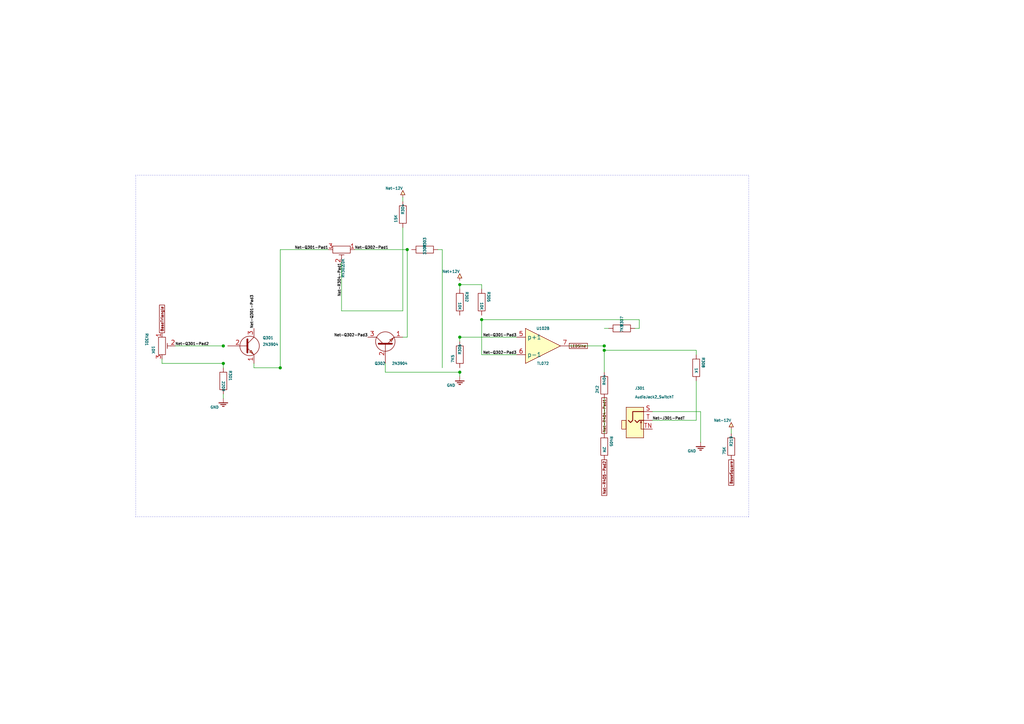
<source format=kicad_sch>
(kicad_sch (version 20230121) (generator jitx)
  (paper "A4")
  (lib_symbols
    (symbol "Net-12V" (power)
      (property "Reference" "#PWR" (at 35.0 60.0 0.0))
      (property "Value" "Net-12V" (at -2.54 2.54 0.0))
      (symbol "Net-12V_1_0"
        (pin power_in line (at 0.0 0.0 90) (length 0.0) (name "Net-12V") (number "~"))
      )
    )
    (symbol "GND" (power)
      (property "Reference" "#PWR" (at 35.0 60.0 0.0))
      (property "Value" "GND" (at -2.54 -2.54 0.0))
      (symbol "GND_1_0"
        (pin power_in line (at 0.0 0.0 270) (length 0.0) (name "GND") (number "~"))
      )
    )
    (symbol "Net+12V" (power)
      (property "Reference" "#PWR" (at 35.0 60.0 0.0))
      (property "Value" "Net+12V" (at -2.54 2.54 0.0))
      (symbol "Net+12V_1_0"
        (pin power_in line (at 0.0 0.0 90) (length 0.0) (name "Net+12V") (number "~"))
      )
    )
    (symbol "Conn_02x05_Odd_Even"
      (property "Reference" "U" (at 1.27 7.62 0.0))
      (property "Value" "Conn_02x05_Odd_Even" (at 1.27 -7.62 0.0))
      (symbol "Conn_02x05_Odd_Even_1_0"
        (pin unspecified line (at -5.08 5.08 0) (length 3.81) (name "Pin_1") (number "~"))
        (pin unspecified line (at 7.62 -5.08 180) (length 3.81) (name "Pin_10") (number "~"))
        (pin unspecified line (at 7.62 5.08 180) (length 3.81) (name "Pin_2") (number "~"))
        (pin unspecified line (at -5.08 2.54 0) (length 3.81) (name "Pin_3") (number "~"))
        (pin unspecified line (at 7.62 2.54 180) (length 3.81) (name "Pin_4") (number "~"))
        (pin unspecified line (at -5.08 0.0 0) (length 3.81) (name "Pin_5") (number "~"))
        (pin unspecified line (at 7.62 0.0 180) (length 3.81) (name "Pin_6") (number "~"))
        (pin unspecified line (at -5.08 -2.54 0) (length 3.81) (name "Pin_7") (number "~"))
        (pin unspecified line (at 7.62 -2.54 180) (length 3.81) (name "Pin_8") (number "~"))
        (pin unspecified line (at -5.08 -5.08 0) (length 3.81) (name "Pin_9") (number "~"))
      )
    )
    (symbol "ALTIUM_POWER_GND_POWER"
      (property "Value" "ALTIUM_POWER_GND_POWER" (at 2.54 -1.016 0.0))
      (symbol "ALTIUM_POWER_GND_POWER_1_0"
        (pin unspecified line (at 0.0 0.0 0) (length 0.0) (name "0") (number "~"))
      )
    )
    (symbol "R_Potentiometer_Trim"
      (property "Reference" "U" (at -4.445 0.0 90.0))
      (property "Value" "R_Potentiometer_Trim" (at -2.54 0.0 90.0))
      (symbol "R_Potentiometer_Trim_1_0"
        (pin unspecified line (at 0.0 3.81 270) (length 1.27) (name "1") (number "~"))
        (pin unspecified line (at 3.81 0.0 180) (length 1.27) (name "2") (number "~"))
        (pin unspecified line (at 0.0 -3.81 90) (length 1.27) (name "3") (number "~"))
      )
    )
    (symbol "box_symbol_2L_1R_4T_1B"
      (property "Reference" "U" (at -6.35 10.252 0.0))
      (property "Value" "box_symbol_2L_1R_4T_1B" (at -6.35 9.19 0.0))
      (symbol "box_symbol_2L_1R_4T_1B_1_0"
        (pin unspecified line (at -8.89 1.27 0) (length 2.54) (name "L0") (number "~"))
        (pin unspecified line (at -8.89 -1.27 0) (length 2.54) (name "L1") (number "~"))
        (pin unspecified line (at 8.89 0.0 180) (length 2.54) (name "R0") (number "~"))
        (pin unspecified line (at -3.81 11.43 270) (length 2.54) (name "T0") (number "~"))
        (pin unspecified line (at -1.27 11.43 270) (length 2.54) (name "T1") (number "~"))
        (pin unspecified line (at 1.27 11.43 270) (length 2.54) (name "T2") (number "~"))
        (pin unspecified line (at 3.81 11.43 270) (length 2.54) (name "T3") (number "~"))
        (pin unspecified line (at 0.0 -11.43 90) (length 2.54) (name "B0") (number "~"))
      )
    )
    (symbol "R_Potentiometer"
      (property "Reference" "U" (at -4.445 0.0 90.0))
      (property "Value" "R_Potentiometer" (at -2.54 0.0 90.0))
      (symbol "R_Potentiometer_1_0"
        (pin unspecified line (at 0.0 3.81 270) (length 1.27) (name "1") (number "~"))
        (pin unspecified line (at 3.81 0.0 180) (length 1.27) (name "2") (number "~"))
        (pin unspecified line (at 0.0 -3.81 90) (length 1.27) (name "3") (number "~"))
      )
    )
    (symbol "R"
      (property "Reference" "U" (at 2.032 0.0 90.0))
      (property "Value" "R" (at 0.0 0.0 90.0))
      (symbol "R_1_0"
        (pin unspecified line (at 0.0 3.81 270) (length 1.27) (name "1") (number "~"))
        (pin unspecified line (at 0.0 -3.81 90) (length 1.27) (name "0") (number "~"))
      )
    )
    (symbol "Sym_2N3904"
      (property "Reference" "U" (at 5.08 1.905 0.0))
      (property "Value" "Sym_2N3904" (at 5.08 0.0 0.0))
      (symbol "Sym_2N3904_1_0"
        (pin unspecified line (at 2.54 -5.08 90) (length 2.54) (name "E") (number "~"))
        (pin unspecified line (at -5.08 0.0 0) (length 5.715) (name "B") (number "~"))
        (pin unspecified line (at 2.54 5.08 270) (length 2.54) (name "C") (number "~"))
      )
    )
    (symbol "supply_sym"
      (property "Value" "supply_sym" (at -2.54 2.54 0.0))
      (symbol "supply_sym_1_0"
        (pin unspecified line (at 0.0 0.0 90) (length 0.0) (name "0") (number "~"))
      )
    )
    (symbol "ground_sym"
      (property "Value" "ground_sym" (at -2.54 -2.54 0.0))
      (symbol "ground_sym_1_0"
        (pin unspecified line (at 0.0 0.0 270) (length 0.0) (name "0") (number "~"))
      )
    )
    (symbol "Sym_1N4148"
      (property "Reference" "U" (at 0.0 2.54 0.0))
      (property "Value" "Sym_1N4148" (at 0.0 -2.54 0.0))
      (symbol "Sym_1N4148_1_0"
        (pin unspecified line (at -3.81 0.0 0) (length 2.54) (name "K") (number "~"))
        (pin unspecified line (at 3.81 0.0 180) (length 2.54) (name "A") (number "~"))
      )
    )
    (symbol "Sym_1N5819"
      (property "Reference" "U" (at 0.0 2.54 0.0))
      (property "Value" "Sym_1N5819" (at 0.0 -2.54 0.0))
      (symbol "Sym_1N5819_1_0"
        (pin unspecified line (at -3.81 0.0 0) (length 2.54) (name "K") (number "~"))
        (pin unspecified line (at 3.81 0.0 180) (length 2.54) (name "A") (number "~"))
      )
    )
    (symbol "AudioJack2_SwitchT"
      (property "Reference" "U" (at 0.0 8.89 0.0))
      (property "Value" "AudioJack2_SwitchT" (at 0.0 6.35 0.0))
      (symbol "AudioJack2_SwitchT_1_0"
        (pin unspecified line (at 5.08 2.54 180) (length 2.54) (name "0") (number "~"))
        (pin unspecified line (at 5.08 0.0 180) (length 2.54) (name "1") (number "~"))
        (pin unspecified line (at 5.08 -2.54 180) (length 2.54) (name "2") (number "~"))
      )
    )
    (symbol "Sym_2N3906"
      (property "Reference" "U" (at 5.08 1.905 0.0))
      (property "Value" "Sym_2N3906" (at 5.08 0.0 0.0))
      (symbol "Sym_2N3906_1_0"
        (pin unspecified line (at 2.54 -5.08 90) (length 2.54) (name "E") (number "~"))
        (pin unspecified line (at -5.08 0.0 0) (length 5.715) (name "B") (number "~"))
        (pin unspecified line (at 2.54 5.08 270) (length 2.54) (name "C") (number "~"))
      )
    )
    (symbol "SW_SPDT"
      (property "Reference" "U" (at 0.0 4.318 0.0))
      (property "Value" "SW_SPDT" (at 0.0 -5.08 0.0))
      (symbol "SW_SPDT_1_0"
        (pin unspecified line (at 5.08 2.54 180) (length 2.54) (name "A") (number "~"))
        (pin unspecified line (at -5.08 0.0 0) (length 2.54) (name "B") (number "~"))
        (pin unspecified line (at 5.08 -2.54 180) (length 2.54) (name "C") (number "~"))
      )
    )
    (symbol "LED"
      (property "Reference" "U" (at 0.0 2.54 0.0))
      (property "Value" "LED" (at 0.0 -2.54 0.0))
      (symbol "LED_1_0"
        (pin unspecified line (at -3.81 0.0 0) (length 2.54) (name "K") (number "~"))
        (pin unspecified line (at 3.81 0.0 180) (length 2.54) (name "A") (number "~"))
      )
    )
    (symbol "TL072A"
      (property "Reference" "U" (at 0.0 5.08 0.0))
      (property "Value" "TL072A" (at 0.0 -5.08 0.0))
      (symbol "TL072A_1_0"
        (pin unspecified line (at 7.62 0.0 180) (length 2.54) (name "0") (number "~"))
        (pin unspecified line (at -7.62 -2.54 0) (length 2.54) (name "p-0") (number "~"))
        (pin unspecified line (at -7.62 2.54 0) (length 2.54) (name "p+0") (number "~"))
      )
    )
    (symbol "TL072B"
      (property "Reference" "U" (at 0.0 5.08 0.0))
      (property "Value" "TL072B" (at 0.0 -5.08 0.0))
      (symbol "TL072B_1_0"
        (pin unspecified line (at -7.62 2.54 0) (length 2.54) (name "p+1") (number "~"))
        (pin unspecified line (at -7.62 -2.54 0) (length 2.54) (name "p-1") (number "~"))
        (pin unspecified line (at 7.62 0.0 180) (length 2.54) (name "1") (number "~"))
      )
    )
    (symbol "jitx_C"
      (property "Reference" "U" (at 0.635 2.54 0.0))
      (property "Value" "jitx_C" (at 0.635 -2.54 0.0))
      (symbol "jitx_C_1_0"
        (pin unspecified line (at 0.0 3.81 270) (length 2.794) (name "1") (number "~"))
        (pin unspecified line (at 0.0 -3.81 90) (length 2.794) (name "0") (number "~"))
      )
    )
    (symbol "TL072C"
      (property "Reference" "U" (at 0.0 5.08 0.0))
      (property "Value" "TL072C" (at 0.0 -5.08 0.0))
      (symbol "TL072C_1_0"
        (pin unspecified line (at -2.54 -7.62 90) (length 3.81) (name "V-") (number "~"))
        (pin unspecified line (at -2.54 7.62 270) (length 3.81) (name "V+") (number "~"))
      )
    )
    (symbol "ALTIUM_POWER_ARROW"
      (property "Value" "ALTIUM_POWER_ARROW" (at 2.54 -0.508 0.0))
      (symbol "ALTIUM_POWER_ARROW_1_0"
        (pin unspecified line (at 0.0 0.0 0) (length 0.0) (name "0") (number "~"))
      )
    )
    (symbol "component"
      (property "Reference" "U" (at 2.032 0.0 90.0))
      (property "Value" "component" (at 0.0 0.0 90.0))
      (symbol "component_1_0"
        (pin unspecified line (at 0.0 3.81 270) (length 1.27) (name "1") (number "1"))
        (pin unspecified line (at 0.0 -3.81 90) (length 1.27) (name "0") (number "2"))
      )
    )
    (symbol "component_1"
      (property "Reference" "U" (at 2.032 0.0 90.0))
      (property "Value" "component_1" (at 0.0 0.0 90.0))
      (symbol "component_1_1_0"
        (pin unspecified line (at 0.0 3.81 270) (length 1.27) (name "1") (number "1"))
        (pin unspecified line (at 0.0 -3.81 90) (length 1.27) (name "0") (number "2"))
      )
    )
    (symbol "component_2"
      (property "Reference" "U" (at 0.635 2.54 0.0))
      (property "Value" "component_2" (at 0.635 -2.54 0.0))
      (symbol "component_2_1_0"
        (pin unspecified line (at 0.0 3.81 270) (length 2.794) (name "1") (number "1"))
        (pin unspecified line (at 0.0 -3.81 90) (length 2.794) (name "0") (number "2"))
      )
    )
    (symbol "component_3"
      (property "Reference" "U" (at 2.032 0.0 90.0))
      (property "Value" "component_3" (at 0.0 0.0 90.0))
      (symbol "component_3_1_0"
        (pin unspecified line (at 0.0 3.81 270) (length 1.27) (name "1") (number "1"))
        (pin unspecified line (at 0.0 -3.81 90) (length 1.27) (name "0") (number "2"))
      )
    )
    (symbol "component_4"
      (property "Reference" "U" (at 2.032 0.0 90.0))
      (property "Value" "component_4" (at 0.0 0.0 90.0))
      (symbol "component_4_1_0"
        (pin unspecified line (at 0.0 3.81 270) (length 1.27) (name "1") (number "1"))
        (pin unspecified line (at 0.0 -3.81 90) (length 1.27) (name "0") (number "2"))
      )
    )
    (symbol "component_5"
      (property "Reference" "U" (at 2.032 0.0 90.0))
      (property "Value" "component_5" (at 0.0 0.0 90.0))
      (symbol "component_5_1_0"
        (pin unspecified line (at 0.0 3.81 270) (length 1.27) (name "1") (number "1"))
        (pin unspecified line (at 0.0 -3.81 90) (length 1.27) (name "0") (number "2"))
      )
    )
    (symbol "component_6"
      (property "Reference" "U" (at 2.032 0.0 90.0))
      (property "Value" "component_6" (at 0.0 0.0 90.0))
      (symbol "component_6_1_0"
        (pin unspecified line (at 0.0 3.81 270) (length 1.27) (name "1") (number "1"))
        (pin unspecified line (at 0.0 -3.81 90) (length 1.27) (name "0") (number "2"))
      )
    )
    (symbol "component_7"
      (property "Reference" "U" (at -4.445 0.0 90.0))
      (property "Value" "component_7" (at -2.54 0.0 90.0))
      (symbol "component_7_1_0"
        (pin unspecified line (at 0.0 3.81 270) (length 1.27) (name "1") (number "1"))
        (pin unspecified line (at 3.81 0.0 180) (length 1.27) (name "2") (number "2"))
        (pin unspecified line (at 0.0 -3.81 90) (length 1.27) (name "3") (number "3"))
      )
    )
    (symbol "component_8"
      (property "Reference" "U" (at -4.445 0.0 90.0))
      (property "Value" "component_8" (at -2.54 0.0 90.0))
      (symbol "component_8_1_0"
        (pin unspecified line (at 0.0 3.81 270) (length 1.27) (name "1") (number "1"))
        (pin unspecified line (at 3.81 0.0 180) (length 1.27) (name "2") (number "2"))
        (pin unspecified line (at 0.0 -3.81 90) (length 1.27) (name "3") (number "3"))
      )
    )
    (symbol "component_9"
      (property "Reference" "U" (at -4.445 0.0 90.0))
      (property "Value" "component_9" (at -2.54 0.0 90.0))
      (symbol "component_9_1_0"
        (pin unspecified line (at 0.0 3.81 270) (length 1.27) (name "1") (number "1"))
        (pin unspecified line (at 3.81 0.0 180) (length 1.27) (name "2") (number "2"))
        (pin unspecified line (at 0.0 -3.81 90) (length 1.27) (name "3") (number "3"))
      )
    )
    (symbol "component_10"
      (property "Reference" "U" (at 2.032 0.0 90.0))
      (property "Value" "component_10" (at 0.0 0.0 90.0))
      (symbol "component_10_1_0"
        (pin unspecified line (at 0.0 3.81 270) (length 1.27) (name "1") (number "1"))
        (pin unspecified line (at 0.0 -3.81 90) (length 1.27) (name "0") (number "2"))
      )
    )
    (symbol "component_11"
      (property "Reference" "U" (at 0.0 2.54 0.0))
      (property "Value" "component_11" (at 0.0 -2.54 0.0))
      (symbol "component_11_1_0"
        (pin unspecified line (at -3.81 0.0 0) (length 2.54) (name "K") (number "1"))
        (pin unspecified line (at 3.81 0.0 180) (length 2.54) (name "A") (number "2"))
      )
    )
    (symbol "component_12"
      (property "Reference" "U" (at 0.635 2.54 0.0))
      (property "Value" "component_12" (at 0.635 -2.54 0.0))
      (symbol "component_12_1_0"
        (pin unspecified line (at 0.0 3.81 270) (length 2.794) (name "1") (number "1"))
        (pin unspecified line (at 0.0 -3.81 90) (length 2.794) (name "0") (number "2"))
      )
    )
    (symbol "component_13"
      (property "Reference" "U" (at 0.635 2.54 0.0))
      (property "Value" "component_13" (at 0.635 -2.54 0.0))
      (symbol "component_13_1_0"
        (pin unspecified line (at 0.0 3.81 270) (length 2.794) (name "1") (number "1"))
        (pin unspecified line (at 0.0 -3.81 90) (length 2.794) (name "0") (number "2"))
      )
    )
    (symbol "component_14"
      (property "Reference" "U" (at -4.445 0.0 90.0))
      (property "Value" "component_14" (at -2.54 0.0 90.0))
      (symbol "component_14_1_0"
        (pin unspecified line (at 0.0 3.81 270) (length 1.27) (name "1") (number "1"))
        (pin unspecified line (at 3.81 0.0 180) (length 1.27) (name "2") (number "2"))
        (pin unspecified line (at 0.0 -3.81 90) (length 1.27) (name "3") (number "3"))
      )
    )
    (symbol "component_15"
      (property "Reference" "U" (at 0.635 2.54 0.0))
      (property "Value" "component_15" (at 0.635 -2.54 0.0))
      (symbol "component_15_1_0"
        (pin unspecified line (at 0.0 3.81 270) (length 2.794) (name "1") (number "1"))
        (pin unspecified line (at 0.0 -3.81 90) (length 2.794) (name "0") (number "2"))
      )
    )
    (symbol "component_16"
      (property "Reference" "U" (at 0.635 2.54 0.0))
      (property "Value" "component_16" (at 0.635 -2.54 0.0))
      (symbol "component_16_1_0"
        (pin unspecified line (at 0.0 3.81 270) (length 2.794) (name "1") (number "1"))
        (pin unspecified line (at 0.0 -3.81 90) (length 2.794) (name "0") (number "2"))
      )
    )
    (symbol "component_17"
      (property "Reference" "U" (at 0.0 4.318 0.0))
      (property "Value" "component_17" (at 0.0 -5.08 0.0))
      (symbol "component_17_1_0"
        (pin unspecified line (at 5.08 2.54 180) (length 2.54) (name "A") (number "1"))
        (pin unspecified line (at -5.08 0.0 0) (length 2.54) (name "B") (number "2"))
        (pin unspecified line (at 5.08 -2.54 180) (length 2.54) (name "C") (number "3"))
      )
    )
    (symbol "component_18"
      (property "Reference" "U" (at 2.032 0.0 90.0))
      (property "Value" "component_18" (at 0.0 0.0 90.0))
      (symbol "component_18_1_0"
        (pin unspecified line (at 0.0 3.81 270) (length 1.27) (name "1") (number "1"))
        (pin unspecified line (at 0.0 -3.81 90) (length 1.27) (name "0") (number "2"))
      )
    )
    (symbol "component_19"
      (property "Reference" "U" (at 2.032 0.0 90.0))
      (property "Value" "component_19" (at 0.0 0.0 90.0))
      (symbol "component_19_1_0"
        (pin unspecified line (at 0.0 3.81 270) (length 1.27) (name "1") (number "1"))
        (pin unspecified line (at 0.0 -3.81 90) (length 1.27) (name "0") (number "2"))
      )
    )
    (symbol "component_20"
      (property "Reference" "U" (at 2.032 0.0 90.0))
      (property "Value" "component_20" (at 0.0 0.0 90.0))
      (symbol "component_20_1_0"
        (pin unspecified line (at 0.0 3.81 270) (length 1.27) (name "1") (number "1"))
        (pin unspecified line (at 0.0 -3.81 90) (length 1.27) (name "0") (number "2"))
      )
    )
    (symbol "component_21"
      (property "Reference" "U" (at 2.032 0.0 90.0))
      (property "Value" "component_21" (at 0.0 0.0 90.0))
      (symbol "component_21_1_0"
        (pin unspecified line (at 0.0 3.81 270) (length 1.27) (name "1") (number "1"))
        (pin unspecified line (at 0.0 -3.81 90) (length 1.27) (name "0") (number "2"))
      )
    )
    (symbol "component_22"
      (property "Reference" "U" (at 2.032 0.0 90.0))
      (property "Value" "component_22" (at 0.0 0.0 90.0))
      (symbol "component_22_1_0"
        (pin unspecified line (at 0.0 3.81 270) (length 1.27) (name "1") (number "1"))
        (pin unspecified line (at 0.0 -3.81 90) (length 1.27) (name "0") (number "2"))
      )
    )
    (symbol "component_23"
      (property "Reference" "U" (at 1.27 7.62 0.0))
      (property "Value" "component_23" (at 1.27 -7.62 0.0))
      (symbol "component_23_1_0"
        (pin unspecified line (at -5.08 5.08 0) (length 3.81) (name "Pin_1") (number "1"))
        (pin unspecified line (at 7.62 -5.08 180) (length 3.81) (name "Pin_10") (number "10"))
        (pin unspecified line (at 7.62 5.08 180) (length 3.81) (name "Pin_2") (number "2"))
        (pin unspecified line (at -5.08 2.54 0) (length 3.81) (name "Pin_3") (number "3"))
        (pin unspecified line (at 7.62 2.54 180) (length 3.81) (name "Pin_4") (number "4"))
        (pin unspecified line (at -5.08 0.0 0) (length 3.81) (name "Pin_5") (number "5"))
        (pin unspecified line (at 7.62 0.0 180) (length 3.81) (name "Pin_6") (number "6"))
        (pin unspecified line (at -5.08 -2.54 0) (length 3.81) (name "Pin_7") (number "7"))
        (pin unspecified line (at 7.62 -2.54 180) (length 3.81) (name "Pin_8") (number "8"))
        (pin unspecified line (at -5.08 -5.08 0) (length 3.81) (name "Pin_9") (number "9"))
      )
    )
    (symbol "component_24"
      (property "Reference" "U" (at 2.032 0.0 90.0))
      (property "Value" "component_24" (at 0.0 0.0 90.0))
      (symbol "component_24_1_0"
        (pin unspecified line (at 0.0 3.81 270) (length 1.27) (name "1") (number "1"))
        (pin unspecified line (at 0.0 -3.81 90) (length 1.27) (name "0") (number "2"))
      )
    )
    (symbol "component_25"
      (property "Reference" "U" (at 2.032 0.0 90.0))
      (property "Value" "component_25" (at 0.0 0.0 90.0))
      (symbol "component_25_1_0"
        (pin unspecified line (at 0.0 3.81 270) (length 1.27) (name "1") (number "1"))
        (pin unspecified line (at 0.0 -3.81 90) (length 1.27) (name "0") (number "2"))
      )
    )
    (symbol "component_26"
      (property "Reference" "U" (at -4.445 0.0 90.0))
      (property "Value" "component_26" (at -2.54 0.0 90.0))
      (symbol "component_26_1_0"
        (pin unspecified line (at 0.0 3.81 270) (length 1.27) (name "1") (number "1"))
        (pin unspecified line (at 3.81 0.0 180) (length 1.27) (name "2") (number "2"))
        (pin unspecified line (at 0.0 -3.81 90) (length 1.27) (name "3") (number "3"))
      )
    )
    (symbol "component_27"
      (property "Reference" "U" (at 2.032 0.0 90.0))
      (property "Value" "component_27" (at 0.0 0.0 90.0))
      (symbol "component_27_1_0"
        (pin unspecified line (at 0.0 3.81 270) (length 1.27) (name "1") (number "1"))
        (pin unspecified line (at 0.0 -3.81 90) (length 1.27) (name "0") (number "2"))
      )
    )
    (symbol "component_28"
      (property "Reference" "U" (at 2.032 0.0 90.0))
      (property "Value" "component_28" (at 0.0 0.0 90.0))
      (symbol "component_28_1_0"
        (pin unspecified line (at 0.0 3.81 270) (length 1.27) (name "1") (number "1"))
        (pin unspecified line (at 0.0 -3.81 90) (length 1.27) (name "0") (number "2"))
      )
    )
    (symbol "component_29"
      (property "Reference" "U" (at 0.0 8.89 0.0))
      (property "Value" "component_29" (at 0.0 6.35 0.0))
      (symbol "component_29_1_0"
        (pin unspecified line (at 5.08 2.54 180) (length 2.54) (name "0") (number "S"))
        (pin unspecified line (at 5.08 0.0 180) (length 2.54) (name "1") (number "T"))
        (pin unspecified line (at 5.08 -2.54 180) (length 2.54) (name "2") (number "TN"))
      )
    )
    (symbol "component_30"
      (property "Reference" "U" (at 2.032 0.0 90.0))
      (property "Value" "component_30" (at 0.0 0.0 90.0))
      (symbol "component_30_1_0"
        (pin unspecified line (at 0.0 3.81 270) (length 1.27) (name "1") (number "1"))
        (pin unspecified line (at 0.0 -3.81 90) (length 1.27) (name "0") (number "2"))
      )
    )
    (symbol "component_31"
      (property "Reference" "U" (at 0.0 8.89 0.0))
      (property "Value" "component_31" (at 0.0 6.35 0.0))
      (symbol "component_31_1_0"
        (pin unspecified line (at 5.08 2.54 180) (length 2.54) (name "0") (number "S"))
        (pin unspecified line (at 5.08 0.0 180) (length 2.54) (name "1") (number "T"))
        (pin unspecified line (at 5.08 -2.54 180) (length 2.54) (name "2") (number "TN"))
      )
    )
    (symbol "component_32"
      (property "Reference" "U" (at 0.0 8.89 0.0))
      (property "Value" "component_32" (at 0.0 6.35 0.0))
      (symbol "component_32_1_0"
        (pin unspecified line (at 5.08 2.54 180) (length 2.54) (name "0") (number "S"))
        (pin unspecified line (at 5.08 0.0 180) (length 2.54) (name "1") (number "T"))
        (pin unspecified line (at 5.08 -2.54 180) (length 2.54) (name "2") (number "TN"))
      )
    )
    (symbol "component_33"
      (property "Reference" "U" (at 0.0 8.89 0.0))
      (property "Value" "component_33" (at 0.0 6.35 0.0))
      (symbol "component_33_1_0"
        (pin unspecified line (at 5.08 2.54 180) (length 2.54) (name "0") (number "S"))
        (pin unspecified line (at 5.08 0.0 180) (length 2.54) (name "1") (number "T"))
        (pin unspecified line (at 5.08 -2.54 180) (length 2.54) (name "2") (number "TN"))
      )
    )
    (symbol "component_34"
      (property "Reference" "U" (at 0.0 8.89 0.0))
      (property "Value" "component_34" (at 0.0 6.35 0.0))
      (symbol "component_34_1_0"
        (pin unspecified line (at 5.08 2.54 180) (length 2.54) (name "0") (number "S"))
        (pin unspecified line (at 5.08 0.0 180) (length 2.54) (name "1") (number "T"))
        (pin unspecified line (at 5.08 -2.54 180) (length 2.54) (name "2") (number "TN"))
      )
    )
    (symbol "component_35"
      (property "Reference" "U" (at 0.0 8.89 0.0))
      (property "Value" "component_35" (at 0.0 6.35 0.0))
      (symbol "component_35_1_0"
        (pin unspecified line (at 5.08 2.54 180) (length 2.54) (name "0") (number "S"))
        (pin unspecified line (at 5.08 0.0 180) (length 2.54) (name "1") (number "T"))
        (pin unspecified line (at 5.08 -2.54 180) (length 2.54) (name "2") (number "TN"))
      )
    )
    (symbol "component_36"
      (property "Reference" "U" (at 0.0 8.89 0.0))
      (property "Value" "component_36" (at 0.0 6.35 0.0))
      (symbol "component_36_1_0"
        (pin unspecified line (at 5.08 2.54 180) (length 2.54) (name "0") (number "S"))
        (pin unspecified line (at 5.08 0.0 180) (length 2.54) (name "1") (number "T"))
        (pin unspecified line (at 5.08 -2.54 180) (length 2.54) (name "2") (number "TN"))
      )
    )
    (symbol "component_37"
      (property "Reference" "U" (at 0.0 8.89 0.0))
      (property "Value" "component_37" (at 0.0 6.35 0.0))
      (symbol "component_37_1_0"
        (pin unspecified line (at 5.08 2.54 180) (length 2.54) (name "0") (number "S"))
        (pin unspecified line (at 5.08 0.0 180) (length 2.54) (name "1") (number "T"))
        (pin unspecified line (at 5.08 -2.54 180) (length 2.54) (name "2") (number "TN"))
      )
    )
    (symbol "component_38"
      (property "Reference" "U" (at 0.0 5.08 0.0))
      (property "Value" "component_38" (at 0.0 -5.08 0.0))
      (symbol "component_38_1_0"
        (pin unspecified line (at 7.62 0.0 180) (length 2.54) (name "0") (number "1"))
        (pin unspecified line (at -7.62 -2.54 0) (length 2.54) (name "p-0") (number "2"))
        (pin unspecified line (at -7.62 2.54 0) (length 2.54) (name "p+0") (number "3"))
      )
      (symbol "component_38_2_0"
        (pin unspecified line (at -7.62 2.54 0) (length 2.54) (name "p+1") (number "5"))
        (pin unspecified line (at -7.62 -2.54 0) (length 2.54) (name "p-1") (number "6"))
        (pin unspecified line (at 7.62 0.0 180) (length 2.54) (name "1") (number "7"))
      )
      (symbol "component_38_3_0"
        (pin unspecified line (at -2.54 -7.62 90) (length 3.81) (name "V-") (number "4"))
        (pin unspecified line (at -2.54 7.62 270) (length 3.81) (name "V+") (number "8"))
      )
    )
    (symbol "component_39"
      (property "Reference" "U" (at 2.032 0.0 90.0))
      (property "Value" "component_39" (at 0.0 0.0 90.0))
      (symbol "component_39_1_0"
        (pin unspecified line (at 0.0 3.81 270) (length 1.27) (name "1") (number "1"))
        (pin unspecified line (at 0.0 -3.81 90) (length 1.27) (name "0") (number "2"))
      )
    )
    (symbol "component_40"
      (property "Reference" "U" (at 2.032 0.0 90.0))
      (property "Value" "component_40" (at 0.0 0.0 90.0))
      (symbol "component_40_1_0"
        (pin unspecified line (at 0.0 3.81 270) (length 1.27) (name "1") (number "1"))
        (pin unspecified line (at 0.0 -3.81 90) (length 1.27) (name "0") (number "2"))
      )
    )
    (symbol "component_41"
      (property "Reference" "U" (at 2.032 0.0 90.0))
      (property "Value" "component_41" (at 0.0 0.0 90.0))
      (symbol "component_41_1_0"
        (pin unspecified line (at 0.0 3.81 270) (length 1.27) (name "1") (number "1"))
        (pin unspecified line (at 0.0 -3.81 90) (length 1.27) (name "0") (number "2"))
      )
    )
    (symbol "component_42"
      (property "Reference" "U" (at 2.032 0.0 90.0))
      (property "Value" "component_42" (at 0.0 0.0 90.0))
      (symbol "component_42_1_0"
        (pin unspecified line (at 0.0 3.81 270) (length 1.27) (name "1") (number "1"))
        (pin unspecified line (at 0.0 -3.81 90) (length 1.27) (name "0") (number "2"))
      )
    )
    (symbol "component_43"
      (property "Reference" "U" (at 2.032 0.0 90.0))
      (property "Value" "component_43" (at 0.0 0.0 90.0))
      (symbol "component_43_1_0"
        (pin unspecified line (at 0.0 3.81 270) (length 1.27) (name "1") (number "1"))
        (pin unspecified line (at 0.0 -3.81 90) (length 1.27) (name "0") (number "2"))
      )
    )
    (symbol "component_44"
      (property "Reference" "U" (at 0.0 8.89 0.0))
      (property "Value" "component_44" (at 0.0 6.35 0.0))
      (symbol "component_44_1_0"
        (pin unspecified line (at 5.08 2.54 180) (length 2.54) (name "0") (number "S"))
        (pin unspecified line (at 5.08 0.0 180) (length 2.54) (name "1") (number "T"))
        (pin unspecified line (at 5.08 -2.54 180) (length 2.54) (name "2") (number "TN"))
      )
    )
    (symbol "component_45"
      (property "Reference" "U" (at 2.032 0.0 90.0))
      (property "Value" "component_45" (at 0.0 0.0 90.0))
      (symbol "component_45_1_0"
        (pin unspecified line (at 0.0 3.81 270) (length 1.27) (name "1") (number "1"))
        (pin unspecified line (at 0.0 -3.81 90) (length 1.27) (name "0") (number "2"))
      )
    )
    (symbol "component_46"
      (property "Reference" "U" (at 2.032 0.0 90.0))
      (property "Value" "component_46" (at 0.0 0.0 90.0))
      (symbol "component_46_1_0"
        (pin unspecified line (at 0.0 3.81 270) (length 1.27) (name "1") (number "1"))
        (pin unspecified line (at 0.0 -3.81 90) (length 1.27) (name "0") (number "2"))
      )
    )
    (symbol "component_47"
      (property "Reference" "U" (at -6.35 10.252 0.0))
      (property "Value" "component_47" (at -6.35 9.19 0.0))
      (symbol "component_47_1_0"
        (pin unspecified line (at -8.89 1.27 0) (length 2.54) (name "p-") (number "2"))
        (pin unspecified line (at -8.89 -1.27 0) (length 2.54) (name "p+") (number "3"))
        (pin unspecified line (at 8.89 0.0 180) (length 2.54) (name "p") (number "6"))
        (pin unspecified line (at -3.81 11.43 270) (length 2.54) (name "NC0") (number "1"))
        (pin unspecified line (at -1.27 11.43 270) (length 2.54) (name "BIAS") (number "5"))
        (pin unspecified line (at 1.27 11.43 270) (length 2.54) (name "V+") (number "7"))
        (pin unspecified line (at 3.81 11.43 270) (length 2.54) (name "NC1") (number "8"))
        (pin unspecified line (at 0.0 -11.43 90) (length 2.54) (name "V-") (number "4"))
      )
    )
    (symbol "component_48"
      (property "Reference" "U" (at 5.08 1.905 0.0))
      (property "Value" "component_48" (at 5.08 0.0 0.0))
      (symbol "component_48_1_0"
        (pin unspecified line (at 2.54 -5.08 90) (length 2.54) (name "E") (number "1"))
        (pin unspecified line (at -5.08 0.0 0) (length 5.715) (name "B") (number "2"))
        (pin unspecified line (at 2.54 5.08 270) (length 2.54) (name "C") (number "3"))
      )
    )
    (symbol "component_49"
      (property "Reference" "U" (at 2.032 0.0 90.0))
      (property "Value" "component_49" (at 0.0 0.0 90.0))
      (symbol "component_49_1_0"
        (pin unspecified line (at 0.0 3.81 270) (length 1.27) (name "1") (number "1"))
        (pin unspecified line (at 0.0 -3.81 90) (length 1.27) (name "0") (number "2"))
      )
    )
    (symbol "component_50"
      (property "Reference" "U" (at 2.032 0.0 90.0))
      (property "Value" "component_50" (at 0.0 0.0 90.0))
      (symbol "component_50_1_0"
        (pin unspecified line (at 0.0 3.81 270) (length 1.27) (name "1") (number "1"))
        (pin unspecified line (at 0.0 -3.81 90) (length 1.27) (name "0") (number "2"))
      )
    )
    (symbol "component_51"
      (property "Reference" "U" (at 2.032 0.0 90.0))
      (property "Value" "component_51" (at 0.0 0.0 90.0))
      (symbol "component_51_1_0"
        (pin unspecified line (at 0.0 3.81 270) (length 1.27) (name "1") (number "1"))
        (pin unspecified line (at 0.0 -3.81 90) (length 1.27) (name "0") (number "2"))
      )
    )
    (symbol "component_52"
      (property "Reference" "U" (at 0.0 2.54 0.0))
      (property "Value" "component_52" (at 0.0 -2.54 0.0))
      (symbol "component_52_1_0"
        (pin unspecified line (at -3.81 0.0 0) (length 2.54) (name "K") (number "1"))
        (pin unspecified line (at 3.81 0.0 180) (length 2.54) (name "A") (number "2"))
      )
    )
    (symbol "component_53"
      (property "Reference" "U" (at 5.08 1.905 0.0))
      (property "Value" "component_53" (at 5.08 0.0 0.0))
      (symbol "component_53_1_0"
        (pin unspecified line (at 2.54 -5.08 90) (length 2.54) (name "E") (number "1"))
        (pin unspecified line (at -5.08 0.0 0) (length 5.715) (name "B") (number "2"))
        (pin unspecified line (at 2.54 5.08 270) (length 2.54) (name "C") (number "3"))
      )
    )
    (symbol "component_54"
      (property "Reference" "U" (at -4.445 0.0 90.0))
      (property "Value" "component_54" (at -2.54 0.0 90.0))
      (symbol "component_54_1_0"
        (pin unspecified line (at 0.0 3.81 270) (length 1.27) (name "1") (number "1"))
        (pin unspecified line (at 3.81 0.0 180) (length 1.27) (name "2") (number "2"))
        (pin unspecified line (at 0.0 -3.81 90) (length 1.27) (name "3") (number "3"))
      )
    )
    (symbol "component_55"
      (property "Reference" "U" (at -4.445 0.0 90.0))
      (property "Value" "component_55" (at -2.54 0.0 90.0))
      (symbol "component_55_1_0"
        (pin unspecified line (at 0.0 3.81 270) (length 1.27) (name "1") (number "1"))
        (pin unspecified line (at 3.81 0.0 180) (length 1.27) (name "2") (number "2"))
        (pin unspecified line (at 0.0 -3.81 90) (length 1.27) (name "3") (number "3"))
      )
    )
    (symbol "component_56"
      (property "Reference" "U" (at 0.0 2.54 0.0))
      (property "Value" "component_56" (at 0.0 -2.54 0.0))
      (symbol "component_56_1_0"
        (pin unspecified line (at -3.81 0.0 0) (length 2.54) (name "K") (number "1"))
        (pin unspecified line (at 3.81 0.0 180) (length 2.54) (name "A") (number "2"))
      )
    )
  )
  (wire (pts (xy 116.84 58.42) (xy 116.84 57.15)) (stroke (width 0.127)))
  (wire (pts (xy 64.77 115.57) (xy 64.77 114.3)) (stroke (width 0.127)))
  (wire (pts (xy 111.76 107.95) (xy 133.35 107.95)) (stroke (width 0.127)))
  (wire (pts (xy 111.76 107.95) (xy 111.76 105.41)) (stroke (width 0.127)))
  (wire (pts (xy 133.35 109.22) (xy 133.35 106.68)) (stroke (width 0.127)))
  (wire (pts (xy 189.23 119.38) (xy 203.2 119.38)) (stroke (width 0.127)))
  (wire (pts (xy 203.2 128.27) (xy 203.2 119.38)) (stroke (width 0.127)))
  (wire (pts (xy 175.26 125.73) (xy 175.26 115.57)) (stroke (width 0.127)))
  (wire (pts (xy 189.23 121.92) (xy 201.93 121.92)) (stroke (width 0.127)))
  (wire (pts (xy 201.93 121.92) (xy 201.93 110.49)) (stroke (width 0.127)))
  (wire (pts (xy 133.35 82.55) (xy 139.7 82.55)) (stroke (width 0.127)))
  (wire (pts (xy 133.35 83.82) (xy 133.35 81.28)) (stroke (width 0.127)))
  (wire (pts (xy 139.7 83.82) (xy 139.7 82.55)) (stroke (width 0.127)))
  (wire (pts (xy 175.26 95.25) (xy 176.53 95.25)) (stroke (width 0.127)))
  (wire (pts (xy 165.1 100.33) (xy 175.26 100.33)) (stroke (width 0.127)))
  (wire (pts (xy 175.26 107.95) (xy 175.26 95.25)) (stroke (width 0.127)))
  (wire (pts (xy 201.93 102.87) (xy 201.93 101.6)) (stroke (width 0.127)))
  (wire (pts (xy 175.26 101.6) (xy 201.93 101.6)) (stroke (width 0.127)))
  (wire (pts (xy 99.06 90.17) (xy 116.84 90.17)) (stroke (width 0.127)))
  (wire (pts (xy 116.84 90.17) (xy 116.84 66.04)) (stroke (width 0.127)))
  (wire (pts (xy 99.06 90.17) (xy 99.06 76.2)) (stroke (width 0.127)))
  (wire (pts (xy 139.7 92.71) (xy 185.42 92.71)) (stroke (width 0.127)))
  (wire (pts (xy 184.15 95.25) (xy 185.42 95.25)) (stroke (width 0.127)))
  (wire (pts (xy 139.7 102.87) (xy 149.86 102.87)) (stroke (width 0.127)))
  (wire (pts (xy 185.42 95.25) (xy 185.42 92.71)) (stroke (width 0.127)))
  (wire (pts (xy 139.7 102.87) (xy 139.7 91.44)) (stroke (width 0.127)))
  (wire (pts (xy 102.87 72.39) (xy 119.38 72.39)) (stroke (width 0.127)))
  (wire (pts (xy 116.84 97.79) (xy 118.11 97.79)) (stroke (width 0.127)))
  (wire (pts (xy 118.11 97.79) (xy 118.11 72.39)) (stroke (width 0.127)))
  (wire (pts (xy 133.35 97.79) (xy 149.86 97.79)) (stroke (width 0.127)))
  (wire (pts (xy 133.35 99.06) (xy 133.35 91.44)) (stroke (width 0.127)))
  (wire (pts (xy 50.8 100.33) (xy 66.04 100.33)) (stroke (width 0.127)))
  (wire (pts (xy 46.99 105.41) (xy 64.77 105.41)) (stroke (width 0.127)))
  (wire (pts (xy 46.99 105.41) (xy 46.99 104.14)) (stroke (width 0.127)))
  (wire (pts (xy 64.77 106.68) (xy 64.77 100.33)) (stroke (width 0.127)))
  (wire (pts (xy 81.28 72.39) (xy 95.25 72.39)) (stroke (width 0.127)))
  (wire (pts (xy 127.0 72.39) (xy 128.27 72.39)) (stroke (width 0.127)))
  (wire (pts (xy 73.66 106.68) (xy 128.27 106.68)) (stroke (width 0.127)))
  (wire (pts (xy 128.27 106.68) (xy 128.27 72.39)) (stroke (width 0.127)))
  (wire (pts (xy 81.28 106.68) (xy 81.28 72.39)) (stroke (width 0.127)))
  (wire (pts (xy 73.66 106.68) (xy 73.66 105.41)) (stroke (width 0.127)))
  (wire (pts (xy 212.09 125.73) (xy 212.09 124.46)) (stroke (width 0.127)))
  (polyline (pts (xy 39.37 50.8) (xy 217.17 50.8)) (stroke (width 0.127) (type dot)))
  (polyline (pts (xy 39.37 149.86) (xy 217.17 149.86)) (stroke (width 0.127) (type dot)))
  (polyline (pts (xy 39.37 149.86) (xy 39.37 50.8)) (stroke (width 0.127) (type dot)))
  (polyline (pts (xy 217.17 149.86) (xy 217.17 50.8)) (stroke (width 0.127) (type dot)))
  (junction (at 133.35 107.95) (diameter 0.762))
  (junction (at 133.35 82.55) (diameter 0.762))
  (junction (at 175.26 100.33) (diameter 0.762))
  (junction (at 175.26 101.6) (diameter 0.762))
  (junction (at 139.7 92.71) (diameter 0.762))
  (junction (at 118.11 72.39) (diameter 0.762))
  (junction (at 133.35 97.79) (diameter 0.762))
  (junction (at 64.77 100.33) (diameter 0.762))
  (junction (at 64.77 105.41) (diameter 0.762))
  (junction (at 81.28 106.68) (diameter 0.762))
  (global_label "LEDSine" (shape passive) (at 165.1 100.33 0) (effects (font (size 0.762 0.762))))
  (global_label "BaseTriangle" (shape passive) (at 46.99 96.52 90) (effects (font (size 0.762 0.762))))
  (label "Net-Q301-Pad3" (at 149.86 97.79 180) (effects (font (size 0.762 0.762))))
  (label "Net-Q301-Pad3" (at 73.66 95.25 90) (effects (font (size 0.762 0.762))))
  (label "Net-Q302-Pad3" (at 149.86 102.87 180) (effects (font (size 0.762 0.762))))
  (label "Net-Q302-Pad3" (at 106.68 97.79 180) (effects (font (size 0.762 0.762))))
  (label "Net-J301-PadT" (at 189.23 121.92 0) (effects (font (size 0.762 0.762))))
  (label "Net-R304-Pad1" (at 99.06 76.2 270) (effects (font (size 0.762 0.762))))
  (label "Net-Q302-Pad1" (at 102.87 72.39 0) (effects (font (size 0.762 0.762))))
  (label "Net-Q301-Pad1" (at 95.25 72.39 180) (effects (font (size 0.762 0.762))))
  (label "Net-Q301-Pad2" (at 50.8 100.33 0) (effects (font (size 0.762 0.762))))
  (global_label "Net-R404-Pad1" (shape passive) (at 175.26 125.73 90) (effects (font (size 0.762 0.762))))
  (global_label "Net-R405-Pad2" (shape passive) (at 175.26 133.35 270) (effects (font (size 0.762 0.762))))
  (global_label "BaseSquare" (shape passive) (at 212.09 133.35 270) (effects (font (size 0.762 0.762))))
  (symbol (lib_id "component_29") (at 184.15 121.92 0.0) (unit 1)
    (property "Reference" "J301" (at 184.15 113.03 0.0) (effects (font (size 0.762 0.762)) (justify left bottom)))
    (property "Value" "AudioJack2_SwitchT" (at 184.15 115.57 0.0) (effects (font (size 0.762 0.762)) (justify left bottom)))
    (property "Footprint" "VCO:JACK_35MM_QINGPU_WQP_PJ398SM_VERTICAL_CIRCULARHOLES" (effects hide))
    (property "Name" "AudioJack2_SwitchT-5" (effects hide))
    (property "Description" "Sine Out" (effects hide))
  )
  (symbol (lib_id "component_18") (at 175.26 111.76 180.0) (unit 1)
    (property "Reference" "R404" (at 175.26 111.76 90.0) (effects (font (size 0.762 0.762)) (justify right)))
    (property "Value" "2K2" (at 173.228 111.76 90.0) (effects (font (size 0.762 0.762)) (justify left)))
    (property "Footprint" "VCO:R_AXIAL_DIN0207_L63MM_D25MM_P762MM_HORIZONTAL" (effects hide))
    (property "Name" "R-41" (effects hide))
  )
  (symbol (lib_id "component_51") (at 133.35 87.63 0.0) (unit 1)
    (property "Reference" "R302" (at 135.382 87.63 270.0) (effects (font (size 0.762 0.762)) (justify right)))
    (property "Value" "10K" (at 133.35 87.63 270.0) (effects (font (size 0.762 0.762)) (justify left)))
    (property "Footprint" "VCO:R_AXIAL_DIN0207_L63MM_D25MM_P762MM_HORIZONTAL" (effects hide))
    (property "Name" "R-51" (effects hide))
  )
  (symbol (lib_id "component_26") (at 99.06 72.39 270.0) (unit 1)
    (property "Reference" "RV302" (at 99.06 76.835 0.0) (effects (font (size 0.762 0.762)) (justify left bottom)))
    (property "Value" "10K" (at 99.06 74.93 0.0) (effects (font (size 0.762 0.762)) (justify left bottom)))
    (property "Footprint" "VCO:POTENTIOMETER_RUNTRON_RM_065_VERTICAL_IMPROVED" (effects hide))
    (property "Name" "R_Potentiometer_Trim-5" (effects hide))
  )
  (symbol (lib_id "component_3") (at 201.93 106.68 0.0) (unit 1)
    (property "Reference" "R308" (at 203.962 106.68 270.0) (effects (font (size 0.762 0.762)) (justify right)))
    (property "Value" "1K" (at 201.93 106.68 270.0) (effects (font (size 0.762 0.762)) (justify left)))
    (property "Footprint" "VCO:R_AXIAL_DIN0207_L63MM_D25MM_P762MM_HORIZONTAL" (effects hide))
    (property "Name" "R-45" (effects hide))
  )
  (symbol (lib_id "component_48") (at 111.76 100.33 90.0) (unit 1)
    (property "Reference" "Q302" (at 111.76 105.41 270.0) (effects (font (size 0.762 0.762)) (justify right)))
    (property "Value" "2N3904" (at 113.665 105.41 270.0) (effects (font (size 0.762 0.762)) (justify left)))
    (property "Footprint" "VCO:TO_92_INLINE" (effects hide))
    (property "Datasheet" "https://www.onsemi.com/pub/Collateral/2N3903-D.PDF" (effects hide))
    (property "Name" "c-2N3904-3" (effects hide))
  )
  (symbol (lib_id "component_6") (at 133.35 102.87 180.0) (unit 1)
    (property "Reference" "R306" (at 133.35 102.87 90.0) (effects (font (size 0.762 0.762)) (justify right)))
    (property "Value" "7K5" (at 131.318 102.87 90.0) (effects (font (size 0.762 0.762)) (justify left)))
    (property "Footprint" "VCO:R_AXIAL_DIN0207_L63MM_D25MM_P762MM_HORIZONTAL" (effects hide))
    (property "Name" "R-47" (effects hide))
  )
  (symbol (lib_id "component_24") (at 116.84 62.23 180.0) (unit 1)
    (property "Reference" "R304" (at 116.84 62.23 90.0) (effects (font (size 0.762 0.762)) (justify right)))
    (property "Value" "15K" (at 114.808 62.23 90.0) (effects (font (size 0.762 0.762)) (justify left)))
    (property "Footprint" "VCO:R_AXIAL_DIN0207_L63MM_D25MM_P762MM_HORIZONTAL" (effects hide))
    (property "Name" "R-49" (effects hide))
  )
  (symbol (lib_id "component_20") (at 175.26 129.54 0.0) (unit 1)
    (property "Reference" "R405" (at 177.292 129.54 270.0) (effects (font (size 0.762 0.762)) (justify right)))
    (property "Value" "2M" (at 175.26 129.54 270.0) (effects (font (size 0.762 0.762)) (justify left)))
    (property "Footprint" "VCO:R_AXIAL_DIN0207_L63MM_D25MM_P762MM_HORIZONTAL" (effects hide))
    (property "Name" "R-40" (effects hide))
  )
  (symbol (lib_id "component_49") (at 123.19 72.39 270.0) (unit 1)
    (property "Reference" "R303" (at 123.19 70.358 0.0) (effects (font (size 0.762 0.762))))
    (property "Value" "330R" (at 123.19 72.39 0.0) (effects (font (size 0.762 0.762))))
    (property "Footprint" "VCO:R_AXIAL_DIN0207_L63MM_D25MM_P762MM_HORIZONTAL" (effects hide))
    (property "Name" "R-50" (effects hide))
  )
  (symbol (lib_id "component_22") (at 64.77 110.49 0.0) (unit 1)
    (property "Reference" "R301" (at 66.802 110.49 270.0) (effects (font (size 0.762 0.762)) (justify right)))
    (property "Value" "220R" (at 64.77 110.49 270.0) (effects (font (size 0.762 0.762)) (justify left)))
    (property "Footprint" "VCO:R_AXIAL_DIN0207_L63MM_D25MM_P762MM_HORIZONTAL" (effects hide))
    (property "Name" "R-52" (effects hide))
  )
  (symbol (lib_id "component_6") (at 180.34 95.25 270.0) (unit 1)
    (property "Reference" "R307" (at 180.34 93.218 0.0) (effects (font (size 0.762 0.762))))
    (property "Value" "7K5" (at 180.34 95.25 0.0) (effects (font (size 0.762 0.762))))
    (property "Footprint" "VCO:R_AXIAL_DIN0207_L63MM_D25MM_P762MM_HORIZONTAL" (effects hide))
    (property "Name" "R-46" (effects hide))
  )
  (symbol (lib_id "component_19") (at 212.09 129.54 180.0) (unit 1)
    (property "Reference" "R219" (at 212.09 129.54 90.0) (effects (font (size 0.762 0.762)) (justify right)))
    (property "Value" "75K" (at 210.058 129.54 90.0) (effects (font (size 0.762 0.762)) (justify left)))
    (property "Footprint" "VCO:R_AXIAL_DIN0207_L63MM_D25MM_P762MM_HORIZONTAL" (effects hide))
    (property "Name" "R-56" (effects hide))
  )
  (symbol (lib_id "component_26") (at 46.99 100.33 0.0) (unit 1)
    (property "Reference" "RV301" (at 42.545 100.33 270.0) (effects (font (size 0.762 0.762)) (justify right)))
    (property "Value" "10K" (at 44.45 100.33 270.0) (effects (font (size 0.762 0.762)) (justify left)))
    (property "Footprint" "VCO:POTENTIOMETER_RUNTRON_RM_065_VERTICAL_IMPROVED" (effects hide))
    (property "Name" "R_Potentiometer_Trim-6" (effects hide))
  )
  (symbol (lib_id "component_48") (at 71.12 100.33 0.0) (unit 1)
    (property "Reference" "Q301" (at 76.2 98.425 0.0) (effects (font (size 0.762 0.762)) (justify left bottom)))
    (property "Value" "2N3904" (at 76.2 100.33 0.0) (effects (font (size 0.762 0.762)) (justify left bottom)))
    (property "Footprint" "VCO:TO_92_INLINE" (effects hide))
    (property "Datasheet" "https://www.onsemi.com/pub/Collateral/2N3903-D.PDF" (effects hide))
    (property "Name" "c-2N3904-4" (effects hide))
  )
  (symbol (lib_id "component_51") (at 139.7 87.63 0.0) (unit 1)
    (property "Reference" "R305" (at 141.732 87.63 270.0) (effects (font (size 0.762 0.762)) (justify right)))
    (property "Value" "10K" (at 139.7 87.63 270.0) (effects (font (size 0.762 0.762)) (justify left)))
    (property "Footprint" "VCO:R_AXIAL_DIN0207_L63MM_D25MM_P762MM_HORIZONTAL" (effects hide))
    (property "Name" "R-48" (effects hide))
  )
  (symbol (lib_id "component_38") (at 157.48 100.33 0.0) (unit 2)
    (property "Reference" "U102" (at 157.48 95.25 0.0) (effects (font (size 0.762 0.762))))
    (property "Value" "TL072" (at 157.48 105.41 0.0) (effects (font (size 0.762 0.762))))
    (property "Footprint" "VCO:DIP_8_W762MM_SOCKET" (effects hide))
    (property "Datasheet" "http://www.ti.com/lit/ds/symlink/tl071.pdf" (effects hide))
    (property "Name" "TL072-8" (effects hide))
  )
  (symbol (lib_id "Net-12V") (at 116.84 57.15 0.0) (unit 1)
    (property "Reference" "#PWR?" (effects hide))
    (property "Value" "Net-12V" (at 114.3 54.61 0.0) (effects (font (size 0.762 0.762))))
  )
  (symbol (lib_id "GND") (at 64.77 115.57 0.0) (unit 1)
    (property "Reference" "#PWR?" (effects hide))
    (property "Value" "GND" (at 62.23 118.11 0.0) (effects (font (size 0.762 0.762))))
  )
  (symbol (lib_id "GND") (at 133.35 109.22 0.0) (unit 1)
    (property "Reference" "#PWR?" (effects hide))
    (property "Value" "GND" (at 130.81 111.76 0.0) (effects (font (size 0.762 0.762))))
  )
  (symbol (lib_id "GND") (at 203.2 128.27 0.0) (unit 1)
    (property "Reference" "#PWR?" (effects hide))
    (property "Value" "GND" (at 200.66 130.81 0.0) (effects (font (size 0.762 0.762))))
  )
  (symbol (lib_id "Net+12V") (at 133.35 81.28 0.0) (unit 1)
    (property "Reference" "#PWR?" (effects hide))
    (property "Value" "Net+12V" (at 130.81 78.74 0.0) (effects (font (size 0.762 0.762))))
  )
  (symbol (lib_id "Net-12V") (at 212.09 124.46 0.0) (unit 1)
    (property "Reference" "#PWR?" (effects hide))
    (property "Value" "Net-12V" (at 209.55 121.92 0.0) (effects (font (size 0.762 0.762))))
  )
)
</source>
